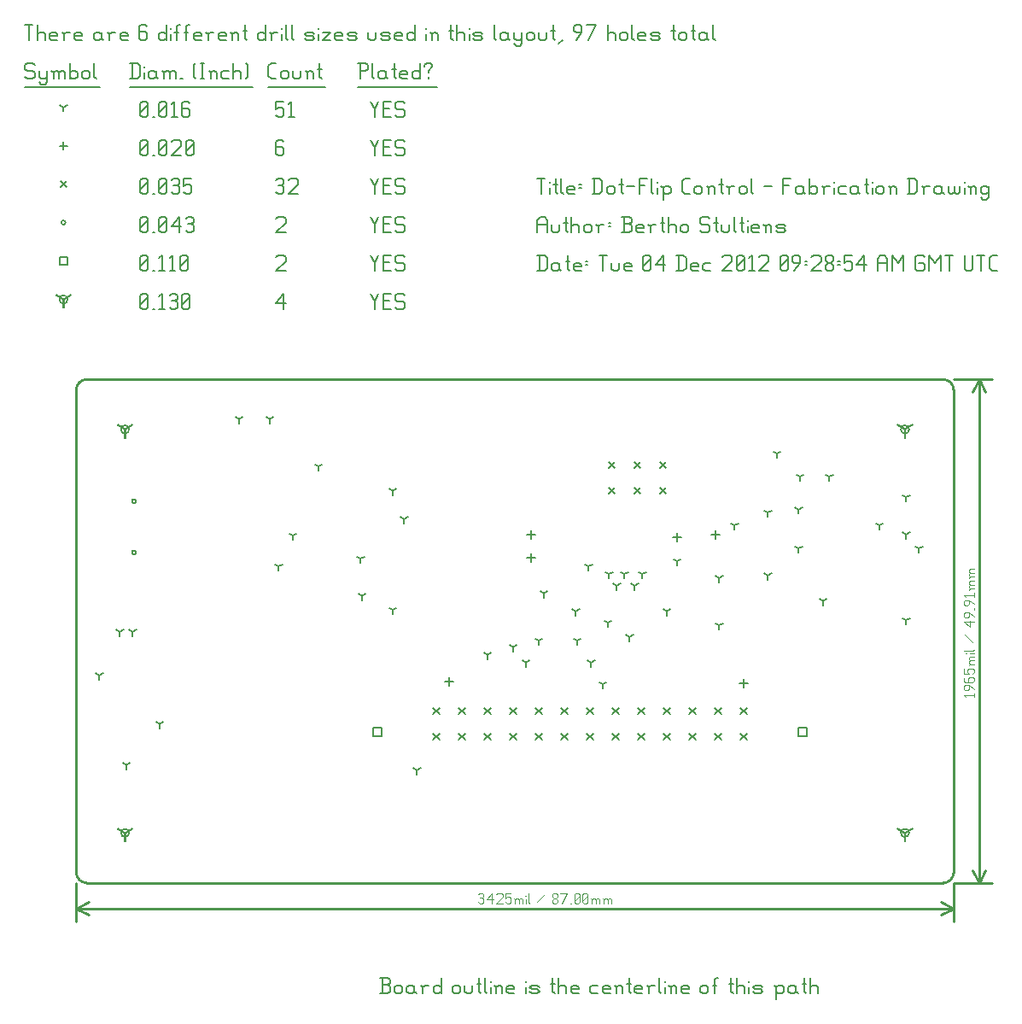
<source format=gbr>
G04 start of page 10 for group -3984 idx -3984 *
G04 Title: Dot-Flip Control, fab *
G04 Creator: pcb 20110918 *
G04 CreationDate: Tue 04 Dec 2012 09:28:54 AM GMT UTC *
G04 For: bertho *
G04 Format: Gerber/RS-274X *
G04 PCB-Dimensions: 450000 250000 *
G04 PCB-Coordinate-Origin: lower left *
%MOIN*%
%FSLAX25Y25*%
%LNFAB*%
%ADD108C,0.0050*%
%ADD107C,0.0040*%
%ADD106C,0.0100*%
%ADD105C,0.0075*%
%ADD104C,0.0060*%
%ADD103C,0.0001*%
%ADD102R,0.0080X0.0080*%
G54D102*X343500Y210500D02*Y207300D01*
G54D103*G36*
X342954Y210647D02*X346420Y212646D01*
X346820Y211953D01*
X343353Y209954D01*
X342954Y210647D01*
G37*
G36*
X343647Y209954D02*X340180Y211953D01*
X340580Y212646D01*
X344046Y210647D01*
X343647Y209954D01*
G37*
G54D102*X341900Y210500D02*G75*G03X345100Y210500I1600J0D01*G01*
G75*G03X341900Y210500I-1600J0D01*G01*
X343500Y53000D02*Y49800D01*
G54D103*G36*
X342954Y53147D02*X346420Y55146D01*
X346820Y54453D01*
X343353Y52454D01*
X342954Y53147D01*
G37*
G36*
X343647Y52454D02*X340180Y54453D01*
X340580Y55146D01*
X344046Y53147D01*
X343647Y52454D01*
G37*
G54D102*X341900Y53000D02*G75*G03X345100Y53000I1600J0D01*G01*
G75*G03X341900Y53000I-1600J0D01*G01*
X39000D02*Y49800D01*
G54D103*G36*
X38454Y53147D02*X41920Y55146D01*
X42320Y54453D01*
X38853Y52454D01*
X38454Y53147D01*
G37*
G36*
X39147Y52454D02*X35680Y54453D01*
X36080Y55146D01*
X39546Y53147D01*
X39147Y52454D01*
G37*
G54D102*X37400Y53000D02*G75*G03X40600Y53000I1600J0D01*G01*
G75*G03X37400Y53000I-1600J0D01*G01*
X39000Y210500D02*Y207300D01*
G54D103*G36*
X38454Y210647D02*X41920Y212646D01*
X42320Y211953D01*
X38853Y209954D01*
X38454Y210647D01*
G37*
G36*
X39147Y209954D02*X35680Y211953D01*
X36080Y212646D01*
X39546Y210647D01*
X39147Y209954D01*
G37*
G54D102*X37400Y210500D02*G75*G03X40600Y210500I1600J0D01*G01*
G75*G03X37400Y210500I-1600J0D01*G01*
X15000Y261250D02*Y258050D01*
G54D103*G36*
X14454Y261397D02*X17920Y263396D01*
X18320Y262703D01*
X14853Y260704D01*
X14454Y261397D01*
G37*
G36*
X15147Y260704D02*X11680Y262703D01*
X12080Y263396D01*
X15546Y261397D01*
X15147Y260704D01*
G37*
G54D102*X13400Y261250D02*G75*G03X16600Y261250I1600J0D01*G01*
G75*G03X13400Y261250I-1600J0D01*G01*
G54D104*X135000Y263500D02*X136500Y260500D01*
X138000Y263500D01*
X136500Y260500D02*Y257500D01*
X139800Y260800D02*X142050D01*
X139800Y257500D02*X142800D01*
X139800Y263500D02*Y257500D01*
Y263500D02*X142800D01*
X147600D02*X148350Y262750D01*
X145350Y263500D02*X147600D01*
X144600Y262750D02*X145350Y263500D01*
X144600Y262750D02*Y261250D01*
X145350Y260500D01*
X147600D01*
X148350Y259750D01*
Y258250D01*
X147600Y257500D02*X148350Y258250D01*
X145350Y257500D02*X147600D01*
X144600Y258250D02*X145350Y257500D01*
X98000Y259750D02*X101000Y263500D01*
X98000Y259750D02*X101750D01*
X101000Y263500D02*Y257500D01*
X45000Y258250D02*X45750Y257500D01*
X45000Y262750D02*Y258250D01*
Y262750D02*X45750Y263500D01*
X47250D01*
X48000Y262750D01*
Y258250D01*
X47250Y257500D02*X48000Y258250D01*
X45750Y257500D02*X47250D01*
X45000Y259000D02*X48000Y262000D01*
X49800Y257500D02*X50550D01*
X52350Y262300D02*X53550Y263500D01*
Y257500D01*
X52350D02*X54600D01*
X56400Y262750D02*X57150Y263500D01*
X58650D01*
X59400Y262750D01*
X58650Y257500D02*X59400Y258250D01*
X57150Y257500D02*X58650D01*
X56400Y258250D02*X57150Y257500D01*
Y260800D02*X58650D01*
X59400Y262750D02*Y261550D01*
Y260050D02*Y258250D01*
Y260050D02*X58650Y260800D01*
X59400Y261550D02*X58650Y260800D01*
X61200Y258250D02*X61950Y257500D01*
X61200Y262750D02*Y258250D01*
Y262750D02*X61950Y263500D01*
X63450D01*
X64200Y262750D01*
Y258250D01*
X63450Y257500D02*X64200Y258250D01*
X61950Y257500D02*X63450D01*
X61200Y259000D02*X64200Y262000D01*
X301900Y94100D02*X305100D01*
X301900D02*Y90900D01*
X305100D01*
Y94100D02*Y90900D01*
X135900Y94100D02*X139100D01*
X135900D02*Y90900D01*
X139100D01*
Y94100D02*Y90900D01*
X13400Y277850D02*X16600D01*
X13400D02*Y274650D01*
X16600D01*
Y277850D02*Y274650D01*
X135000Y278500D02*X136500Y275500D01*
X138000Y278500D01*
X136500Y275500D02*Y272500D01*
X139800Y275800D02*X142050D01*
X139800Y272500D02*X142800D01*
X139800Y278500D02*Y272500D01*
Y278500D02*X142800D01*
X147600D02*X148350Y277750D01*
X145350Y278500D02*X147600D01*
X144600Y277750D02*X145350Y278500D01*
X144600Y277750D02*Y276250D01*
X145350Y275500D01*
X147600D01*
X148350Y274750D01*
Y273250D01*
X147600Y272500D02*X148350Y273250D01*
X145350Y272500D02*X147600D01*
X144600Y273250D02*X145350Y272500D01*
X98000Y277750D02*X98750Y278500D01*
X101000D01*
X101750Y277750D01*
Y276250D01*
X98000Y272500D02*X101750Y276250D01*
X98000Y272500D02*X101750D01*
X45000Y273250D02*X45750Y272500D01*
X45000Y277750D02*Y273250D01*
Y277750D02*X45750Y278500D01*
X47250D01*
X48000Y277750D01*
Y273250D01*
X47250Y272500D02*X48000Y273250D01*
X45750Y272500D02*X47250D01*
X45000Y274000D02*X48000Y277000D01*
X49800Y272500D02*X50550D01*
X52350Y277300D02*X53550Y278500D01*
Y272500D01*
X52350D02*X54600D01*
X56400Y277300D02*X57600Y278500D01*
Y272500D01*
X56400D02*X58650D01*
X60450Y273250D02*X61200Y272500D01*
X60450Y277750D02*Y273250D01*
Y277750D02*X61200Y278500D01*
X62700D01*
X63450Y277750D01*
Y273250D01*
X62700Y272500D02*X63450Y273250D01*
X61200Y272500D02*X62700D01*
X60450Y274000D02*X63450Y277000D01*
X41700Y182500D02*G75*G03X43300Y182500I800J0D01*G01*
G75*G03X41700Y182500I-800J0D01*G01*
Y162500D02*G75*G03X43300Y162500I800J0D01*G01*
G75*G03X41700Y162500I-800J0D01*G01*
X14200Y291250D02*G75*G03X15800Y291250I800J0D01*G01*
G75*G03X14200Y291250I-800J0D01*G01*
X135000Y293500D02*X136500Y290500D01*
X138000Y293500D01*
X136500Y290500D02*Y287500D01*
X139800Y290800D02*X142050D01*
X139800Y287500D02*X142800D01*
X139800Y293500D02*Y287500D01*
Y293500D02*X142800D01*
X147600D02*X148350Y292750D01*
X145350Y293500D02*X147600D01*
X144600Y292750D02*X145350Y293500D01*
X144600Y292750D02*Y291250D01*
X145350Y290500D01*
X147600D01*
X148350Y289750D01*
Y288250D01*
X147600Y287500D02*X148350Y288250D01*
X145350Y287500D02*X147600D01*
X144600Y288250D02*X145350Y287500D01*
X98000Y292750D02*X98750Y293500D01*
X101000D01*
X101750Y292750D01*
Y291250D01*
X98000Y287500D02*X101750Y291250D01*
X98000Y287500D02*X101750D01*
X45000Y288250D02*X45750Y287500D01*
X45000Y292750D02*Y288250D01*
Y292750D02*X45750Y293500D01*
X47250D01*
X48000Y292750D01*
Y288250D01*
X47250Y287500D02*X48000Y288250D01*
X45750Y287500D02*X47250D01*
X45000Y289000D02*X48000Y292000D01*
X49800Y287500D02*X50550D01*
X52350Y288250D02*X53100Y287500D01*
X52350Y292750D02*Y288250D01*
Y292750D02*X53100Y293500D01*
X54600D01*
X55350Y292750D01*
Y288250D01*
X54600Y287500D02*X55350Y288250D01*
X53100Y287500D02*X54600D01*
X52350Y289000D02*X55350Y292000D01*
X57150Y289750D02*X60150Y293500D01*
X57150Y289750D02*X60900D01*
X60150Y293500D02*Y287500D01*
X62700Y292750D02*X63450Y293500D01*
X64950D01*
X65700Y292750D01*
X64950Y287500D02*X65700Y288250D01*
X63450Y287500D02*X64950D01*
X62700Y288250D02*X63450Y287500D01*
Y290800D02*X64950D01*
X65700Y292750D02*Y291550D01*
Y290050D02*Y288250D01*
Y290050D02*X64950Y290800D01*
X65700Y291550D02*X64950Y290800D01*
X279300Y101700D02*X281700Y99300D01*
X279300D02*X281700Y101700D01*
X279300Y91700D02*X281700Y89300D01*
X279300D02*X281700Y91700D01*
X269300Y101700D02*X271700Y99300D01*
X269300D02*X271700Y101700D01*
X269300Y91700D02*X271700Y89300D01*
X269300D02*X271700Y91700D01*
X259300Y101700D02*X261700Y99300D01*
X259300D02*X261700Y101700D01*
X259300Y91700D02*X261700Y89300D01*
X259300D02*X261700Y91700D01*
X249300Y101700D02*X251700Y99300D01*
X249300D02*X251700Y101700D01*
X249300Y91700D02*X251700Y89300D01*
X249300D02*X251700Y91700D01*
X239300Y101700D02*X241700Y99300D01*
X239300D02*X241700Y101700D01*
X239300Y91700D02*X241700Y89300D01*
X239300D02*X241700Y91700D01*
X229300Y101700D02*X231700Y99300D01*
X229300D02*X231700Y101700D01*
X229300Y91700D02*X231700Y89300D01*
X229300D02*X231700Y91700D01*
X219300Y101700D02*X221700Y99300D01*
X219300D02*X221700Y101700D01*
X219300Y91700D02*X221700Y89300D01*
X219300D02*X221700Y91700D01*
X209300Y101700D02*X211700Y99300D01*
X209300D02*X211700Y101700D01*
X209300Y91700D02*X211700Y89300D01*
X209300D02*X211700Y91700D01*
X199300Y101700D02*X201700Y99300D01*
X199300D02*X201700Y101700D01*
X199300Y91700D02*X201700Y89300D01*
X199300D02*X201700Y91700D01*
X189300Y101700D02*X191700Y99300D01*
X189300D02*X191700Y101700D01*
X189300Y91700D02*X191700Y89300D01*
X189300D02*X191700Y91700D01*
X179300Y101700D02*X181700Y99300D01*
X179300D02*X181700Y101700D01*
X179300Y91700D02*X181700Y89300D01*
X179300D02*X181700Y91700D01*
X169300Y101700D02*X171700Y99300D01*
X169300D02*X171700Y101700D01*
X169300Y91700D02*X171700Y89300D01*
X169300D02*X171700Y91700D01*
X159300Y101700D02*X161700Y99300D01*
X159300D02*X161700Y101700D01*
X159300Y91700D02*X161700Y89300D01*
X159300D02*X161700Y91700D01*
X247800Y197700D02*X250200Y195300D01*
X247800D02*X250200Y197700D01*
X247800Y187700D02*X250200Y185300D01*
X247800D02*X250200Y187700D01*
X237800Y197700D02*X240200Y195300D01*
X237800D02*X240200Y197700D01*
X237800Y187700D02*X240200Y185300D01*
X237800D02*X240200Y187700D01*
X227800Y197700D02*X230200Y195300D01*
X227800D02*X230200Y197700D01*
X227800Y187700D02*X230200Y185300D01*
X227800D02*X230200Y187700D01*
X13800Y307450D02*X16200Y305050D01*
X13800D02*X16200Y307450D01*
X135000Y308500D02*X136500Y305500D01*
X138000Y308500D01*
X136500Y305500D02*Y302500D01*
X139800Y305800D02*X142050D01*
X139800Y302500D02*X142800D01*
X139800Y308500D02*Y302500D01*
Y308500D02*X142800D01*
X147600D02*X148350Y307750D01*
X145350Y308500D02*X147600D01*
X144600Y307750D02*X145350Y308500D01*
X144600Y307750D02*Y306250D01*
X145350Y305500D01*
X147600D01*
X148350Y304750D01*
Y303250D01*
X147600Y302500D02*X148350Y303250D01*
X145350Y302500D02*X147600D01*
X144600Y303250D02*X145350Y302500D01*
X98000Y307750D02*X98750Y308500D01*
X100250D01*
X101000Y307750D01*
X100250Y302500D02*X101000Y303250D01*
X98750Y302500D02*X100250D01*
X98000Y303250D02*X98750Y302500D01*
Y305800D02*X100250D01*
X101000Y307750D02*Y306550D01*
Y305050D02*Y303250D01*
Y305050D02*X100250Y305800D01*
X101000Y306550D02*X100250Y305800D01*
X102800Y307750D02*X103550Y308500D01*
X105800D01*
X106550Y307750D01*
Y306250D01*
X102800Y302500D02*X106550Y306250D01*
X102800Y302500D02*X106550D01*
X45000Y303250D02*X45750Y302500D01*
X45000Y307750D02*Y303250D01*
Y307750D02*X45750Y308500D01*
X47250D01*
X48000Y307750D01*
Y303250D01*
X47250Y302500D02*X48000Y303250D01*
X45750Y302500D02*X47250D01*
X45000Y304000D02*X48000Y307000D01*
X49800Y302500D02*X50550D01*
X52350Y303250D02*X53100Y302500D01*
X52350Y307750D02*Y303250D01*
Y307750D02*X53100Y308500D01*
X54600D01*
X55350Y307750D01*
Y303250D01*
X54600Y302500D02*X55350Y303250D01*
X53100Y302500D02*X54600D01*
X52350Y304000D02*X55350Y307000D01*
X57150Y307750D02*X57900Y308500D01*
X59400D01*
X60150Y307750D01*
X59400Y302500D02*X60150Y303250D01*
X57900Y302500D02*X59400D01*
X57150Y303250D02*X57900Y302500D01*
Y305800D02*X59400D01*
X60150Y307750D02*Y306550D01*
Y305050D02*Y303250D01*
Y305050D02*X59400Y305800D01*
X60150Y306550D02*X59400Y305800D01*
X61950Y308500D02*X64950D01*
X61950D02*Y305500D01*
X62700Y306250D01*
X64200D01*
X64950Y305500D01*
Y303250D01*
X64200Y302500D02*X64950Y303250D01*
X62700Y302500D02*X64200D01*
X61950Y303250D02*X62700Y302500D01*
X269500Y171100D02*Y167900D01*
X267900Y169500D02*X271100D01*
X254500Y170100D02*Y166900D01*
X252900Y168500D02*X256100D01*
X280500Y113100D02*Y109900D01*
X278900Y111500D02*X282100D01*
X165500Y113600D02*Y110400D01*
X163900Y112000D02*X167100D01*
X197500Y162100D02*Y158900D01*
X195900Y160500D02*X199100D01*
X197500Y171100D02*Y167900D01*
X195900Y169500D02*X199100D01*
X15000Y322850D02*Y319650D01*
X13400Y321250D02*X16600D01*
X135000Y323500D02*X136500Y320500D01*
X138000Y323500D01*
X136500Y320500D02*Y317500D01*
X139800Y320800D02*X142050D01*
X139800Y317500D02*X142800D01*
X139800Y323500D02*Y317500D01*
Y323500D02*X142800D01*
X147600D02*X148350Y322750D01*
X145350Y323500D02*X147600D01*
X144600Y322750D02*X145350Y323500D01*
X144600Y322750D02*Y321250D01*
X145350Y320500D01*
X147600D01*
X148350Y319750D01*
Y318250D01*
X147600Y317500D02*X148350Y318250D01*
X145350Y317500D02*X147600D01*
X144600Y318250D02*X145350Y317500D01*
X100250Y323500D02*X101000Y322750D01*
X98750Y323500D02*X100250D01*
X98000Y322750D02*X98750Y323500D01*
X98000Y322750D02*Y318250D01*
X98750Y317500D01*
X100250Y320800D02*X101000Y320050D01*
X98000Y320800D02*X100250D01*
X98750Y317500D02*X100250D01*
X101000Y318250D01*
Y320050D02*Y318250D01*
X45000D02*X45750Y317500D01*
X45000Y322750D02*Y318250D01*
Y322750D02*X45750Y323500D01*
X47250D01*
X48000Y322750D01*
Y318250D01*
X47250Y317500D02*X48000Y318250D01*
X45750Y317500D02*X47250D01*
X45000Y319000D02*X48000Y322000D01*
X49800Y317500D02*X50550D01*
X52350Y318250D02*X53100Y317500D01*
X52350Y322750D02*Y318250D01*
Y322750D02*X53100Y323500D01*
X54600D01*
X55350Y322750D01*
Y318250D01*
X54600Y317500D02*X55350Y318250D01*
X53100Y317500D02*X54600D01*
X52350Y319000D02*X55350Y322000D01*
X57150Y322750D02*X57900Y323500D01*
X60150D01*
X60900Y322750D01*
Y321250D01*
X57150Y317500D02*X60900Y321250D01*
X57150Y317500D02*X60900D01*
X62700Y318250D02*X63450Y317500D01*
X62700Y322750D02*Y318250D01*
Y322750D02*X63450Y323500D01*
X64950D01*
X65700Y322750D01*
Y318250D01*
X64950Y317500D02*X65700Y318250D01*
X63450Y317500D02*X64950D01*
X62700Y319000D02*X65700Y322000D01*
X225500Y111000D02*Y109400D01*
Y111000D02*X226887Y111800D01*
X225500Y111000D02*X224113Y111800D01*
X228000Y154000D02*Y152400D01*
Y154000D02*X229387Y154800D01*
X228000Y154000D02*X226613Y154800D01*
X234000Y154000D02*Y152400D01*
Y154000D02*X235387Y154800D01*
X234000Y154000D02*X232613Y154800D01*
X241000Y154000D02*Y152400D01*
Y154000D02*X242387Y154800D01*
X241000Y154000D02*X239613Y154800D01*
X238000Y149500D02*Y147900D01*
Y149500D02*X239387Y150300D01*
X238000Y149500D02*X236613Y150300D01*
X215500Y128000D02*Y126400D01*
Y128000D02*X216887Y128800D01*
X215500Y128000D02*X214113Y128800D01*
X200500Y128000D02*Y126400D01*
Y128000D02*X201887Y128800D01*
X200500Y128000D02*X199113Y128800D01*
X190500Y125500D02*Y123900D01*
Y125500D02*X191887Y126300D01*
X190500Y125500D02*X189113Y126300D01*
X180500Y122500D02*Y120900D01*
Y122500D02*X181887Y123300D01*
X180500Y122500D02*X179113Y123300D01*
X195500Y119500D02*Y117900D01*
Y119500D02*X196887Y120300D01*
X195500Y119500D02*X194113Y120300D01*
X221000Y119500D02*Y117900D01*
Y119500D02*X222387Y120300D01*
X221000Y119500D02*X219613Y120300D01*
X227500Y135000D02*Y133400D01*
Y135000D02*X228887Y135800D01*
X227500Y135000D02*X226113Y135800D01*
X215000Y139500D02*Y137900D01*
Y139500D02*X216387Y140300D01*
X215000Y139500D02*X213613Y140300D01*
X202500Y146500D02*Y144900D01*
Y146500D02*X203887Y147300D01*
X202500Y146500D02*X201113Y147300D01*
X271000Y134000D02*Y132400D01*
Y134000D02*X272387Y134800D01*
X271000Y134000D02*X269613Y134800D01*
X271000Y152500D02*Y150900D01*
Y152500D02*X272387Y153300D01*
X271000Y152500D02*X269613Y153300D01*
X311500Y143500D02*Y141900D01*
Y143500D02*X312887Y144300D01*
X311500Y143500D02*X310113Y144300D01*
X344000Y184000D02*Y182400D01*
Y184000D02*X345387Y184800D01*
X344000Y184000D02*X342613Y184800D01*
X293500Y201000D02*Y199400D01*
Y201000D02*X294887Y201800D01*
X293500Y201000D02*X292113Y201800D01*
X314000Y192000D02*Y190400D01*
Y192000D02*X315387Y192800D01*
X314000Y192000D02*X312613Y192800D01*
X302500Y192000D02*Y190400D01*
Y192000D02*X303887Y192800D01*
X302500Y192000D02*X301113Y192800D01*
X302000Y164000D02*Y162400D01*
Y164000D02*X303387Y164800D01*
X302000Y164000D02*X300613Y164800D01*
X302000Y179244D02*Y177644D01*
Y179244D02*X303387Y180044D01*
X302000Y179244D02*X300613Y180044D01*
X349000Y164000D02*Y162400D01*
Y164000D02*X350387Y164800D01*
X349000Y164000D02*X347613Y164800D01*
X333500Y173000D02*Y171400D01*
Y173000D02*X334887Y173800D01*
X333500Y173000D02*X332113Y173800D01*
X277000Y173000D02*Y171400D01*
Y173000D02*X278387Y173800D01*
X277000Y173000D02*X275613Y173800D01*
X148000Y175500D02*Y173900D01*
Y175500D02*X149387Y176300D01*
X148000Y175500D02*X146613Y176300D01*
X143500Y186500D02*Y184900D01*
Y186500D02*X144887Y187300D01*
X143500Y186500D02*X142113Y187300D01*
X114500Y196000D02*Y194400D01*
Y196000D02*X115887Y196800D01*
X114500Y196000D02*X113113Y196800D01*
X131000Y160000D02*Y158400D01*
Y160000D02*X132387Y160800D01*
X131000Y160000D02*X129613Y160800D01*
X344000Y169500D02*Y167900D01*
Y169500D02*X345387Y170300D01*
X344000Y169500D02*X342613Y170300D01*
X254500Y159000D02*Y157400D01*
Y159000D02*X255887Y159800D01*
X254500Y159000D02*X253113Y159800D01*
X344000Y136000D02*Y134400D01*
Y136000D02*X345387Y136800D01*
X344000Y136000D02*X342613Y136800D01*
X236000Y129500D02*Y127900D01*
Y129500D02*X237387Y130300D01*
X236000Y129500D02*X234613Y130300D01*
X220000Y157000D02*Y155400D01*
Y157000D02*X221387Y157800D01*
X220000Y157000D02*X218613Y157800D01*
X83500Y214500D02*Y212900D01*
Y214500D02*X84887Y215300D01*
X83500Y214500D02*X82113Y215300D01*
X95500Y214500D02*Y212900D01*
Y214500D02*X96887Y215300D01*
X95500Y214500D02*X94113Y215300D01*
X37000Y131500D02*Y129900D01*
Y131500D02*X38387Y132300D01*
X37000Y131500D02*X35613Y132300D01*
X42000Y131500D02*Y129900D01*
Y131500D02*X43387Y132300D01*
X42000Y131500D02*X40613Y132300D01*
X29000Y114500D02*Y112900D01*
Y114500D02*X30387Y115300D01*
X29000Y114500D02*X27613Y115300D01*
X52500Y95500D02*Y93900D01*
Y95500D02*X53887Y96300D01*
X52500Y95500D02*X51113Y96300D01*
X131500Y145500D02*Y143900D01*
Y145500D02*X132887Y146300D01*
X131500Y145500D02*X130113Y146300D01*
X143500Y140000D02*Y138400D01*
Y140000D02*X144887Y140800D01*
X143500Y140000D02*X142113Y140800D01*
X104500Y169000D02*Y167400D01*
Y169000D02*X105887Y169800D01*
X104500Y169000D02*X103113Y169800D01*
X99000Y157000D02*Y155400D01*
Y157000D02*X100387Y157800D01*
X99000Y157000D02*X97613Y157800D01*
X39500Y79500D02*Y77900D01*
Y79500D02*X40887Y80300D01*
X39500Y79500D02*X38113Y80300D01*
X153000Y77500D02*Y75900D01*
Y77500D02*X154387Y78300D01*
X153000Y77500D02*X151613Y78300D01*
X231000Y149500D02*Y147900D01*
Y149500D02*X232387Y150300D01*
X231000Y149500D02*X229613Y150300D01*
X250500Y139500D02*Y137900D01*
Y139500D02*X251887Y140300D01*
X250500Y139500D02*X249113Y140300D01*
X290000Y178000D02*Y176400D01*
Y178000D02*X291387Y178800D01*
X290000Y178000D02*X288613Y178800D01*
X290000Y153500D02*Y151900D01*
Y153500D02*X291387Y154300D01*
X290000Y153500D02*X288613Y154300D01*
X15000Y336250D02*Y334650D01*
Y336250D02*X16387Y337050D01*
X15000Y336250D02*X13613Y337050D01*
X135000Y338500D02*X136500Y335500D01*
X138000Y338500D01*
X136500Y335500D02*Y332500D01*
X139800Y335800D02*X142050D01*
X139800Y332500D02*X142800D01*
X139800Y338500D02*Y332500D01*
Y338500D02*X142800D01*
X147600D02*X148350Y337750D01*
X145350Y338500D02*X147600D01*
X144600Y337750D02*X145350Y338500D01*
X144600Y337750D02*Y336250D01*
X145350Y335500D01*
X147600D01*
X148350Y334750D01*
Y333250D01*
X147600Y332500D02*X148350Y333250D01*
X145350Y332500D02*X147600D01*
X144600Y333250D02*X145350Y332500D01*
X98000Y338500D02*X101000D01*
X98000D02*Y335500D01*
X98750Y336250D01*
X100250D01*
X101000Y335500D01*
Y333250D01*
X100250Y332500D02*X101000Y333250D01*
X98750Y332500D02*X100250D01*
X98000Y333250D02*X98750Y332500D01*
X102800Y337300D02*X104000Y338500D01*
Y332500D01*
X102800D02*X105050D01*
X45000Y333250D02*X45750Y332500D01*
X45000Y337750D02*Y333250D01*
Y337750D02*X45750Y338500D01*
X47250D01*
X48000Y337750D01*
Y333250D01*
X47250Y332500D02*X48000Y333250D01*
X45750Y332500D02*X47250D01*
X45000Y334000D02*X48000Y337000D01*
X49800Y332500D02*X50550D01*
X52350Y333250D02*X53100Y332500D01*
X52350Y337750D02*Y333250D01*
Y337750D02*X53100Y338500D01*
X54600D01*
X55350Y337750D01*
Y333250D01*
X54600Y332500D02*X55350Y333250D01*
X53100Y332500D02*X54600D01*
X52350Y334000D02*X55350Y337000D01*
X57150Y337300D02*X58350Y338500D01*
Y332500D01*
X57150D02*X59400D01*
X63450Y338500D02*X64200Y337750D01*
X61950Y338500D02*X63450D01*
X61200Y337750D02*X61950Y338500D01*
X61200Y337750D02*Y333250D01*
X61950Y332500D01*
X63450Y335800D02*X64200Y335050D01*
X61200Y335800D02*X63450D01*
X61950Y332500D02*X63450D01*
X64200Y333250D01*
Y335050D02*Y333250D01*
X3000Y353500D02*X3750Y352750D01*
X750Y353500D02*X3000D01*
X0Y352750D02*X750Y353500D01*
X0Y352750D02*Y351250D01*
X750Y350500D01*
X3000D01*
X3750Y349750D01*
Y348250D01*
X3000Y347500D02*X3750Y348250D01*
X750Y347500D02*X3000D01*
X0Y348250D02*X750Y347500D01*
X5550Y350500D02*Y348250D01*
X6300Y347500D01*
X8550Y350500D02*Y346000D01*
X7800Y345250D02*X8550Y346000D01*
X6300Y345250D02*X7800D01*
X5550Y346000D02*X6300Y345250D01*
Y347500D02*X7800D01*
X8550Y348250D01*
X11100Y349750D02*Y347500D01*
Y349750D02*X11850Y350500D01*
X12600D01*
X13350Y349750D01*
Y347500D01*
Y349750D02*X14100Y350500D01*
X14850D01*
X15600Y349750D01*
Y347500D01*
X10350Y350500D02*X11100Y349750D01*
X17400Y353500D02*Y347500D01*
Y348250D02*X18150Y347500D01*
X19650D01*
X20400Y348250D01*
Y349750D02*Y348250D01*
X19650Y350500D02*X20400Y349750D01*
X18150Y350500D02*X19650D01*
X17400Y349750D02*X18150Y350500D01*
X22200Y349750D02*Y348250D01*
Y349750D02*X22950Y350500D01*
X24450D01*
X25200Y349750D01*
Y348250D01*
X24450Y347500D02*X25200Y348250D01*
X22950Y347500D02*X24450D01*
X22200Y348250D02*X22950Y347500D01*
X27000Y353500D02*Y348250D01*
X27750Y347500D01*
X0Y344250D02*X29250D01*
X41750Y353500D02*Y347500D01*
X43700Y353500D02*X44750Y352450D01*
Y348550D01*
X43700Y347500D02*X44750Y348550D01*
X41000Y347500D02*X43700D01*
X41000Y353500D02*X43700D01*
G54D105*X46550Y352000D02*Y351850D01*
G54D104*Y349750D02*Y347500D01*
X50300Y350500D02*X51050Y349750D01*
X48800Y350500D02*X50300D01*
X48050Y349750D02*X48800Y350500D01*
X48050Y349750D02*Y348250D01*
X48800Y347500D01*
X51050Y350500D02*Y348250D01*
X51800Y347500D01*
X48800D02*X50300D01*
X51050Y348250D01*
X54350Y349750D02*Y347500D01*
Y349750D02*X55100Y350500D01*
X55850D01*
X56600Y349750D01*
Y347500D01*
Y349750D02*X57350Y350500D01*
X58100D01*
X58850Y349750D01*
Y347500D01*
X53600Y350500D02*X54350Y349750D01*
X60650Y347500D02*X61400D01*
X65900Y348250D02*X66650Y347500D01*
X65900Y352750D02*X66650Y353500D01*
X65900Y352750D02*Y348250D01*
X68450Y353500D02*X69950D01*
X69200D02*Y347500D01*
X68450D02*X69950D01*
X72500Y349750D02*Y347500D01*
Y349750D02*X73250Y350500D01*
X74000D01*
X74750Y349750D01*
Y347500D01*
X71750Y350500D02*X72500Y349750D01*
X77300Y350500D02*X79550D01*
X76550Y349750D02*X77300Y350500D01*
X76550Y349750D02*Y348250D01*
X77300Y347500D01*
X79550D01*
X81350Y353500D02*Y347500D01*
Y349750D02*X82100Y350500D01*
X83600D01*
X84350Y349750D01*
Y347500D01*
X86150Y353500D02*X86900Y352750D01*
Y348250D01*
X86150Y347500D02*X86900Y348250D01*
X41000Y344250D02*X88700D01*
X96050Y347500D02*X98000D01*
X95000Y348550D02*X96050Y347500D01*
X95000Y352450D02*Y348550D01*
Y352450D02*X96050Y353500D01*
X98000D01*
X99800Y349750D02*Y348250D01*
Y349750D02*X100550Y350500D01*
X102050D01*
X102800Y349750D01*
Y348250D01*
X102050Y347500D02*X102800Y348250D01*
X100550Y347500D02*X102050D01*
X99800Y348250D02*X100550Y347500D01*
X104600Y350500D02*Y348250D01*
X105350Y347500D01*
X106850D01*
X107600Y348250D01*
Y350500D02*Y348250D01*
X110150Y349750D02*Y347500D01*
Y349750D02*X110900Y350500D01*
X111650D01*
X112400Y349750D01*
Y347500D01*
X109400Y350500D02*X110150Y349750D01*
X114950Y353500D02*Y348250D01*
X115700Y347500D01*
X114200Y351250D02*X115700D01*
X95000Y344250D02*X117200D01*
X130750Y353500D02*Y347500D01*
X130000Y353500D02*X133000D01*
X133750Y352750D01*
Y351250D01*
X133000Y350500D02*X133750Y351250D01*
X130750Y350500D02*X133000D01*
X135550Y353500D02*Y348250D01*
X136300Y347500D01*
X140050Y350500D02*X140800Y349750D01*
X138550Y350500D02*X140050D01*
X137800Y349750D02*X138550Y350500D01*
X137800Y349750D02*Y348250D01*
X138550Y347500D01*
X140800Y350500D02*Y348250D01*
X141550Y347500D01*
X138550D02*X140050D01*
X140800Y348250D01*
X144100Y353500D02*Y348250D01*
X144850Y347500D01*
X143350Y351250D02*X144850D01*
X147100Y347500D02*X149350D01*
X146350Y348250D02*X147100Y347500D01*
X146350Y349750D02*Y348250D01*
Y349750D02*X147100Y350500D01*
X148600D01*
X149350Y349750D01*
X146350Y349000D02*X149350D01*
Y349750D02*Y349000D01*
X154150Y353500D02*Y347500D01*
X153400D02*X154150Y348250D01*
X151900Y347500D02*X153400D01*
X151150Y348250D02*X151900Y347500D01*
X151150Y349750D02*Y348250D01*
Y349750D02*X151900Y350500D01*
X153400D01*
X154150Y349750D01*
X157450Y350500D02*Y349750D01*
Y348250D02*Y347500D01*
X155950Y352750D02*Y352000D01*
Y352750D02*X156700Y353500D01*
X158200D01*
X158950Y352750D01*
Y352000D01*
X157450Y350500D02*X158950Y352000D01*
X130000Y344250D02*X160750D01*
X0Y368500D02*X3000D01*
X1500D02*Y362500D01*
X4800Y368500D02*Y362500D01*
Y364750D02*X5550Y365500D01*
X7050D01*
X7800Y364750D01*
Y362500D01*
X10350D02*X12600D01*
X9600Y363250D02*X10350Y362500D01*
X9600Y364750D02*Y363250D01*
Y364750D02*X10350Y365500D01*
X11850D01*
X12600Y364750D01*
X9600Y364000D02*X12600D01*
Y364750D02*Y364000D01*
X15150Y364750D02*Y362500D01*
Y364750D02*X15900Y365500D01*
X17400D01*
X14400D02*X15150Y364750D01*
X19950Y362500D02*X22200D01*
X19200Y363250D02*X19950Y362500D01*
X19200Y364750D02*Y363250D01*
Y364750D02*X19950Y365500D01*
X21450D01*
X22200Y364750D01*
X19200Y364000D02*X22200D01*
Y364750D02*Y364000D01*
X28950Y365500D02*X29700Y364750D01*
X27450Y365500D02*X28950D01*
X26700Y364750D02*X27450Y365500D01*
X26700Y364750D02*Y363250D01*
X27450Y362500D01*
X29700Y365500D02*Y363250D01*
X30450Y362500D01*
X27450D02*X28950D01*
X29700Y363250D01*
X33000Y364750D02*Y362500D01*
Y364750D02*X33750Y365500D01*
X35250D01*
X32250D02*X33000Y364750D01*
X37800Y362500D02*X40050D01*
X37050Y363250D02*X37800Y362500D01*
X37050Y364750D02*Y363250D01*
Y364750D02*X37800Y365500D01*
X39300D01*
X40050Y364750D01*
X37050Y364000D02*X40050D01*
Y364750D02*Y364000D01*
X46800Y368500D02*X47550Y367750D01*
X45300Y368500D02*X46800D01*
X44550Y367750D02*X45300Y368500D01*
X44550Y367750D02*Y363250D01*
X45300Y362500D01*
X46800Y365800D02*X47550Y365050D01*
X44550Y365800D02*X46800D01*
X45300Y362500D02*X46800D01*
X47550Y363250D01*
Y365050D02*Y363250D01*
X55050Y368500D02*Y362500D01*
X54300D02*X55050Y363250D01*
X52800Y362500D02*X54300D01*
X52050Y363250D02*X52800Y362500D01*
X52050Y364750D02*Y363250D01*
Y364750D02*X52800Y365500D01*
X54300D01*
X55050Y364750D01*
G54D105*X56850Y367000D02*Y366850D01*
G54D104*Y364750D02*Y362500D01*
X59100Y367750D02*Y362500D01*
Y367750D02*X59850Y368500D01*
X60600D01*
X58350Y365500D02*X59850D01*
X62850Y367750D02*Y362500D01*
Y367750D02*X63600Y368500D01*
X64350D01*
X62100Y365500D02*X63600D01*
X66600Y362500D02*X68850D01*
X65850Y363250D02*X66600Y362500D01*
X65850Y364750D02*Y363250D01*
Y364750D02*X66600Y365500D01*
X68100D01*
X68850Y364750D01*
X65850Y364000D02*X68850D01*
Y364750D02*Y364000D01*
X71400Y364750D02*Y362500D01*
Y364750D02*X72150Y365500D01*
X73650D01*
X70650D02*X71400Y364750D01*
X76200Y362500D02*X78450D01*
X75450Y363250D02*X76200Y362500D01*
X75450Y364750D02*Y363250D01*
Y364750D02*X76200Y365500D01*
X77700D01*
X78450Y364750D01*
X75450Y364000D02*X78450D01*
Y364750D02*Y364000D01*
X81000Y364750D02*Y362500D01*
Y364750D02*X81750Y365500D01*
X82500D01*
X83250Y364750D01*
Y362500D01*
X80250Y365500D02*X81000Y364750D01*
X85800Y368500D02*Y363250D01*
X86550Y362500D01*
X85050Y366250D02*X86550D01*
X93750Y368500D02*Y362500D01*
X93000D02*X93750Y363250D01*
X91500Y362500D02*X93000D01*
X90750Y363250D02*X91500Y362500D01*
X90750Y364750D02*Y363250D01*
Y364750D02*X91500Y365500D01*
X93000D01*
X93750Y364750D01*
X96300D02*Y362500D01*
Y364750D02*X97050Y365500D01*
X98550D01*
X95550D02*X96300Y364750D01*
G54D105*X100350Y367000D02*Y366850D01*
G54D104*Y364750D02*Y362500D01*
X101850Y368500D02*Y363250D01*
X102600Y362500D01*
X104100Y368500D02*Y363250D01*
X104850Y362500D01*
X109800D02*X112050D01*
X112800Y363250D01*
X112050Y364000D02*X112800Y363250D01*
X109800Y364000D02*X112050D01*
X109050Y364750D02*X109800Y364000D01*
X109050Y364750D02*X109800Y365500D01*
X112050D01*
X112800Y364750D01*
X109050Y363250D02*X109800Y362500D01*
G54D105*X114600Y367000D02*Y366850D01*
G54D104*Y364750D02*Y362500D01*
X116100Y365500D02*X119100D01*
X116100Y362500D02*X119100Y365500D01*
X116100Y362500D02*X119100D01*
X121650D02*X123900D01*
X120900Y363250D02*X121650Y362500D01*
X120900Y364750D02*Y363250D01*
Y364750D02*X121650Y365500D01*
X123150D01*
X123900Y364750D01*
X120900Y364000D02*X123900D01*
Y364750D02*Y364000D01*
X126450Y362500D02*X128700D01*
X129450Y363250D01*
X128700Y364000D02*X129450Y363250D01*
X126450Y364000D02*X128700D01*
X125700Y364750D02*X126450Y364000D01*
X125700Y364750D02*X126450Y365500D01*
X128700D01*
X129450Y364750D01*
X125700Y363250D02*X126450Y362500D01*
X133950Y365500D02*Y363250D01*
X134700Y362500D01*
X136200D01*
X136950Y363250D01*
Y365500D02*Y363250D01*
X139500Y362500D02*X141750D01*
X142500Y363250D01*
X141750Y364000D02*X142500Y363250D01*
X139500Y364000D02*X141750D01*
X138750Y364750D02*X139500Y364000D01*
X138750Y364750D02*X139500Y365500D01*
X141750D01*
X142500Y364750D01*
X138750Y363250D02*X139500Y362500D01*
X145050D02*X147300D01*
X144300Y363250D02*X145050Y362500D01*
X144300Y364750D02*Y363250D01*
Y364750D02*X145050Y365500D01*
X146550D01*
X147300Y364750D01*
X144300Y364000D02*X147300D01*
Y364750D02*Y364000D01*
X152100Y368500D02*Y362500D01*
X151350D02*X152100Y363250D01*
X149850Y362500D02*X151350D01*
X149100Y363250D02*X149850Y362500D01*
X149100Y364750D02*Y363250D01*
Y364750D02*X149850Y365500D01*
X151350D01*
X152100Y364750D01*
G54D105*X156600Y367000D02*Y366850D01*
G54D104*Y364750D02*Y362500D01*
X158850Y364750D02*Y362500D01*
Y364750D02*X159600Y365500D01*
X160350D01*
X161100Y364750D01*
Y362500D01*
X158100Y365500D02*X158850Y364750D01*
X166350Y368500D02*Y363250D01*
X167100Y362500D01*
X165600Y366250D02*X167100D01*
X168600Y368500D02*Y362500D01*
Y364750D02*X169350Y365500D01*
X170850D01*
X171600Y364750D01*
Y362500D01*
G54D105*X173400Y367000D02*Y366850D01*
G54D104*Y364750D02*Y362500D01*
X175650D02*X177900D01*
X178650Y363250D01*
X177900Y364000D02*X178650Y363250D01*
X175650Y364000D02*X177900D01*
X174900Y364750D02*X175650Y364000D01*
X174900Y364750D02*X175650Y365500D01*
X177900D01*
X178650Y364750D01*
X174900Y363250D02*X175650Y362500D01*
X183150Y368500D02*Y363250D01*
X183900Y362500D01*
X187650Y365500D02*X188400Y364750D01*
X186150Y365500D02*X187650D01*
X185400Y364750D02*X186150Y365500D01*
X185400Y364750D02*Y363250D01*
X186150Y362500D01*
X188400Y365500D02*Y363250D01*
X189150Y362500D01*
X186150D02*X187650D01*
X188400Y363250D01*
X190950Y365500D02*Y363250D01*
X191700Y362500D01*
X193950Y365500D02*Y361000D01*
X193200Y360250D02*X193950Y361000D01*
X191700Y360250D02*X193200D01*
X190950Y361000D02*X191700Y360250D01*
Y362500D02*X193200D01*
X193950Y363250D01*
X195750Y364750D02*Y363250D01*
Y364750D02*X196500Y365500D01*
X198000D01*
X198750Y364750D01*
Y363250D01*
X198000Y362500D02*X198750Y363250D01*
X196500Y362500D02*X198000D01*
X195750Y363250D02*X196500Y362500D01*
X200550Y365500D02*Y363250D01*
X201300Y362500D01*
X202800D01*
X203550Y363250D01*
Y365500D02*Y363250D01*
X206100Y368500D02*Y363250D01*
X206850Y362500D01*
X205350Y366250D02*X206850D01*
X208350Y361000D02*X209850Y362500D01*
X215100D02*X217350Y365500D01*
Y367750D02*Y365500D01*
X216600Y368500D02*X217350Y367750D01*
X215100Y368500D02*X216600D01*
X214350Y367750D02*X215100Y368500D01*
X214350Y367750D02*Y366250D01*
X215100Y365500D01*
X217350D01*
X219900Y362500D02*X222900Y368500D01*
X219150D02*X222900D01*
X227400D02*Y362500D01*
Y364750D02*X228150Y365500D01*
X229650D01*
X230400Y364750D01*
Y362500D01*
X232200Y364750D02*Y363250D01*
Y364750D02*X232950Y365500D01*
X234450D01*
X235200Y364750D01*
Y363250D01*
X234450Y362500D02*X235200Y363250D01*
X232950Y362500D02*X234450D01*
X232200Y363250D02*X232950Y362500D01*
X237000Y368500D02*Y363250D01*
X237750Y362500D01*
X240000D02*X242250D01*
X239250Y363250D02*X240000Y362500D01*
X239250Y364750D02*Y363250D01*
Y364750D02*X240000Y365500D01*
X241500D01*
X242250Y364750D01*
X239250Y364000D02*X242250D01*
Y364750D02*Y364000D01*
X244800Y362500D02*X247050D01*
X247800Y363250D01*
X247050Y364000D02*X247800Y363250D01*
X244800Y364000D02*X247050D01*
X244050Y364750D02*X244800Y364000D01*
X244050Y364750D02*X244800Y365500D01*
X247050D01*
X247800Y364750D01*
X244050Y363250D02*X244800Y362500D01*
X253050Y368500D02*Y363250D01*
X253800Y362500D01*
X252300Y366250D02*X253800D01*
X255300Y364750D02*Y363250D01*
Y364750D02*X256050Y365500D01*
X257550D01*
X258300Y364750D01*
Y363250D01*
X257550Y362500D02*X258300Y363250D01*
X256050Y362500D02*X257550D01*
X255300Y363250D02*X256050Y362500D01*
X260850Y368500D02*Y363250D01*
X261600Y362500D01*
X260100Y366250D02*X261600D01*
X265350Y365500D02*X266100Y364750D01*
X263850Y365500D02*X265350D01*
X263100Y364750D02*X263850Y365500D01*
X263100Y364750D02*Y363250D01*
X263850Y362500D01*
X266100Y365500D02*Y363250D01*
X266850Y362500D01*
X263850D02*X265350D01*
X266100Y363250D01*
X268650Y368500D02*Y363250D01*
X269400Y362500D01*
G54D106*X20000Y23500D02*X362500D01*
Y33500D02*Y18500D01*
Y33500D02*X377500D01*
X372500D02*Y230000D01*
X362500D02*X377500D01*
X20000Y33500D02*Y18500D01*
Y23500D02*X25000Y26000D01*
X20000Y23500D02*X25000Y21000D01*
X372500Y33500D02*X370000Y38500D01*
X372500Y33500D02*X375000Y38500D01*
X362500Y23500D02*X357500Y21000D01*
X362500Y23500D02*X357500Y26000D01*
X372500Y230000D02*X375000Y225000D01*
X372500Y230000D02*X370000Y225000D01*
X24000Y230000D02*X358500D01*
X20000Y37500D02*Y226000D01*
X358500Y33500D02*X24000D01*
X362500Y226000D02*Y37500D01*
X24000Y230000D02*G75*G03X20000Y226000I0J-4000D01*G01*
Y37500D02*G75*G03X24000Y33500I4000J0D01*G01*
X362500Y37500D02*G75*G02X358500Y33500I-4000J0D01*G01*
Y230000D02*G75*G02X362500Y226000I0J-4000D01*G01*
G54D107*X177000Y29000D02*X177500Y29500D01*
X178500D01*
X179000Y29000D01*
X178500Y25500D02*X179000Y26000D01*
X177500Y25500D02*X178500D01*
X177000Y26000D02*X177500Y25500D01*
Y27700D02*X178500D01*
X179000Y29000D02*Y28200D01*
Y27200D02*Y26000D01*
Y27200D02*X178500Y27700D01*
X179000Y28200D02*X178500Y27700D01*
X180200Y27000D02*X182200Y29500D01*
X180200Y27000D02*X182700D01*
X182200Y29500D02*Y25500D01*
X183900Y29000D02*X184400Y29500D01*
X185900D01*
X186400Y29000D01*
Y28000D01*
X183900Y25500D02*X186400Y28000D01*
X183900Y25500D02*X186400D01*
X187600Y29500D02*X189600D01*
X187600D02*Y27500D01*
X188100Y28000D01*
X189100D01*
X189600Y27500D01*
Y26000D01*
X189100Y25500D02*X189600Y26000D01*
X188100Y25500D02*X189100D01*
X187600Y26000D02*X188100Y25500D01*
X191300Y27000D02*Y25500D01*
Y27000D02*X191800Y27500D01*
X192300D01*
X192800Y27000D01*
Y25500D01*
Y27000D02*X193300Y27500D01*
X193800D01*
X194300Y27000D01*
Y25500D01*
X190800Y27500D02*X191300Y27000D01*
G54D108*X195500Y28500D02*Y28400D01*
G54D107*Y27000D02*Y25500D01*
X196500Y29500D02*Y26000D01*
X197000Y25500D01*
X199800Y26000D02*X202800Y29000D01*
X205800Y26000D02*X206300Y25500D01*
X205800Y26800D02*Y26000D01*
Y26800D02*X206500Y27500D01*
X207100D01*
X207800Y26800D01*
Y26000D01*
X207300Y25500D02*X207800Y26000D01*
X206300Y25500D02*X207300D01*
X205800Y28200D02*X206500Y27500D01*
X205800Y29000D02*Y28200D01*
Y29000D02*X206300Y29500D01*
X207300D01*
X207800Y29000D01*
Y28200D01*
X207100Y27500D02*X207800Y28200D01*
X209500Y25500D02*X211500Y29500D01*
X209000D02*X211500D01*
X212700Y25500D02*X213200D01*
X214400Y26000D02*X214900Y25500D01*
X214400Y29000D02*Y26000D01*
Y29000D02*X214900Y29500D01*
X215900D01*
X216400Y29000D01*
Y26000D01*
X215900Y25500D02*X216400Y26000D01*
X214900Y25500D02*X215900D01*
X214400Y26500D02*X216400Y28500D01*
X217600Y26000D02*X218100Y25500D01*
X217600Y29000D02*Y26000D01*
Y29000D02*X218100Y29500D01*
X219100D01*
X219600Y29000D01*
Y26000D01*
X219100Y25500D02*X219600Y26000D01*
X218100Y25500D02*X219100D01*
X217600Y26500D02*X219600Y28500D01*
X221300Y27000D02*Y25500D01*
Y27000D02*X221800Y27500D01*
X222300D01*
X222800Y27000D01*
Y25500D01*
Y27000D02*X223300Y27500D01*
X223800D01*
X224300Y27000D01*
Y25500D01*
X220800Y27500D02*X221300Y27000D01*
X226000D02*Y25500D01*
Y27000D02*X226500Y27500D01*
X227000D01*
X227500Y27000D01*
Y25500D01*
Y27000D02*X228000Y27500D01*
X228500D01*
X229000Y27000D01*
Y25500D01*
X225500Y27500D02*X226000Y27000D01*
X367300Y106000D02*X366500Y106800D01*
X370500D01*
Y107500D02*Y106000D01*
Y109200D02*X368500Y110700D01*
X367000D02*X368500D01*
X366500Y110200D02*X367000Y110700D01*
X366500Y110200D02*Y109200D01*
X367000Y108700D02*X366500Y109200D01*
X367000Y108700D02*X368000D01*
X368500Y109200D01*
Y110700D02*Y109200D01*
X366500Y113400D02*X367000Y113900D01*
X366500Y113400D02*Y112400D01*
X367000Y111900D02*X366500Y112400D01*
X367000Y111900D02*X370000D01*
X370500Y112400D01*
X368300Y113400D02*X368800Y113900D01*
X368300Y113400D02*Y111900D01*
X370500Y113400D02*Y112400D01*
Y113400D02*X370000Y113900D01*
X368800D02*X370000D01*
X366500Y117100D02*Y115100D01*
X368500D01*
X368000Y115600D01*
Y116600D02*Y115600D01*
Y116600D02*X368500Y117100D01*
X370000D01*
X370500Y116600D02*X370000Y117100D01*
X370500Y116600D02*Y115600D01*
X370000Y115100D02*X370500Y115600D01*
X369000Y118800D02*X370500D01*
X369000D02*X368500Y119300D01*
Y119800D02*Y119300D01*
Y119800D02*X369000Y120300D01*
X370500D01*
X369000D02*X368500Y120800D01*
Y121300D02*Y120800D01*
Y121300D02*X369000Y121800D01*
X370500D01*
X368500Y118300D02*X369000Y118800D01*
G54D108*X367500Y123000D02*X367600D01*
G54D107*X369000D02*X370500D01*
X366500Y124000D02*X370000D01*
X370500Y124500D01*
X370000Y127300D02*X367000Y130300D01*
X369000Y133300D02*X366500Y135300D01*
X369000Y135800D02*Y133300D01*
X366500Y135300D02*X370500D01*
Y137500D02*X368500Y139000D01*
X367000D02*X368500D01*
X366500Y138500D02*X367000Y139000D01*
X366500Y138500D02*Y137500D01*
X367000Y137000D02*X366500Y137500D01*
X367000Y137000D02*X368000D01*
X368500Y137500D01*
Y139000D02*Y137500D01*
X370500Y140700D02*Y140200D01*
Y142400D02*X368500Y143900D01*
X367000D02*X368500D01*
X366500Y143400D02*X367000Y143900D01*
X366500Y143400D02*Y142400D01*
X367000Y141900D02*X366500Y142400D01*
X367000Y141900D02*X368000D01*
X368500Y142400D01*
Y143900D02*Y142400D01*
X367300Y145100D02*X366500Y145900D01*
X370500D01*
Y146600D02*Y145100D01*
X369000Y148300D02*X370500D01*
X369000D02*X368500Y148800D01*
Y149300D02*Y148800D01*
Y149300D02*X369000Y149800D01*
X370500D01*
X369000D02*X368500Y150300D01*
Y150800D02*Y150300D01*
Y150800D02*X369000Y151300D01*
X370500D01*
X368500Y147800D02*X369000Y148300D01*
Y153000D02*X370500D01*
X369000D02*X368500Y153500D01*
Y154000D02*Y153500D01*
Y154000D02*X369000Y154500D01*
X370500D01*
X369000D02*X368500Y155000D01*
Y155500D02*Y155000D01*
Y155500D02*X369000Y156000D01*
X370500D01*
X368500Y152500D02*X369000Y153000D01*
G54D104*X138675Y-9500D02*X141675D01*
X142425Y-8750D01*
Y-6950D02*Y-8750D01*
X141675Y-6200D02*X142425Y-6950D01*
X139425Y-6200D02*X141675D01*
X139425Y-3500D02*Y-9500D01*
X138675Y-3500D02*X141675D01*
X142425Y-4250D01*
Y-5450D01*
X141675Y-6200D02*X142425Y-5450D01*
X144225Y-7250D02*Y-8750D01*
Y-7250D02*X144975Y-6500D01*
X146475D01*
X147225Y-7250D01*
Y-8750D01*
X146475Y-9500D02*X147225Y-8750D01*
X144975Y-9500D02*X146475D01*
X144225Y-8750D02*X144975Y-9500D01*
X151275Y-6500D02*X152025Y-7250D01*
X149775Y-6500D02*X151275D01*
X149025Y-7250D02*X149775Y-6500D01*
X149025Y-7250D02*Y-8750D01*
X149775Y-9500D01*
X152025Y-6500D02*Y-8750D01*
X152775Y-9500D01*
X149775D02*X151275D01*
X152025Y-8750D01*
X155325Y-7250D02*Y-9500D01*
Y-7250D02*X156075Y-6500D01*
X157575D01*
X154575D02*X155325Y-7250D01*
X162375Y-3500D02*Y-9500D01*
X161625D02*X162375Y-8750D01*
X160125Y-9500D02*X161625D01*
X159375Y-8750D02*X160125Y-9500D01*
X159375Y-7250D02*Y-8750D01*
Y-7250D02*X160125Y-6500D01*
X161625D01*
X162375Y-7250D01*
X166875D02*Y-8750D01*
Y-7250D02*X167625Y-6500D01*
X169125D01*
X169875Y-7250D01*
Y-8750D01*
X169125Y-9500D02*X169875Y-8750D01*
X167625Y-9500D02*X169125D01*
X166875Y-8750D02*X167625Y-9500D01*
X171675Y-6500D02*Y-8750D01*
X172425Y-9500D01*
X173925D01*
X174675Y-8750D01*
Y-6500D02*Y-8750D01*
X177225Y-3500D02*Y-8750D01*
X177975Y-9500D01*
X176475Y-5750D02*X177975D01*
X179475Y-3500D02*Y-8750D01*
X180225Y-9500D01*
G54D105*X181725Y-5000D02*Y-5150D01*
G54D104*Y-7250D02*Y-9500D01*
X183975Y-7250D02*Y-9500D01*
Y-7250D02*X184725Y-6500D01*
X185475D01*
X186225Y-7250D01*
Y-9500D01*
X183225Y-6500D02*X183975Y-7250D01*
X188775Y-9500D02*X191025D01*
X188025Y-8750D02*X188775Y-9500D01*
X188025Y-7250D02*Y-8750D01*
Y-7250D02*X188775Y-6500D01*
X190275D01*
X191025Y-7250D01*
X188025Y-8000D02*X191025D01*
Y-7250D02*Y-8000D01*
G54D105*X195525Y-5000D02*Y-5150D01*
G54D104*Y-7250D02*Y-9500D01*
X197775D02*X200025D01*
X200775Y-8750D01*
X200025Y-8000D02*X200775Y-8750D01*
X197775Y-8000D02*X200025D01*
X197025Y-7250D02*X197775Y-8000D01*
X197025Y-7250D02*X197775Y-6500D01*
X200025D01*
X200775Y-7250D01*
X197025Y-8750D02*X197775Y-9500D01*
X206025Y-3500D02*Y-8750D01*
X206775Y-9500D01*
X205275Y-5750D02*X206775D01*
X208275Y-3500D02*Y-9500D01*
Y-7250D02*X209025Y-6500D01*
X210525D01*
X211275Y-7250D01*
Y-9500D01*
X213825D02*X216075D01*
X213075Y-8750D02*X213825Y-9500D01*
X213075Y-7250D02*Y-8750D01*
Y-7250D02*X213825Y-6500D01*
X215325D01*
X216075Y-7250D01*
X213075Y-8000D02*X216075D01*
Y-7250D02*Y-8000D01*
X221325Y-6500D02*X223575D01*
X220575Y-7250D02*X221325Y-6500D01*
X220575Y-7250D02*Y-8750D01*
X221325Y-9500D01*
X223575D01*
X226125D02*X228375D01*
X225375Y-8750D02*X226125Y-9500D01*
X225375Y-7250D02*Y-8750D01*
Y-7250D02*X226125Y-6500D01*
X227625D01*
X228375Y-7250D01*
X225375Y-8000D02*X228375D01*
Y-7250D02*Y-8000D01*
X230925Y-7250D02*Y-9500D01*
Y-7250D02*X231675Y-6500D01*
X232425D01*
X233175Y-7250D01*
Y-9500D01*
X230175Y-6500D02*X230925Y-7250D01*
X235725Y-3500D02*Y-8750D01*
X236475Y-9500D01*
X234975Y-5750D02*X236475D01*
X238725Y-9500D02*X240975D01*
X237975Y-8750D02*X238725Y-9500D01*
X237975Y-7250D02*Y-8750D01*
Y-7250D02*X238725Y-6500D01*
X240225D01*
X240975Y-7250D01*
X237975Y-8000D02*X240975D01*
Y-7250D02*Y-8000D01*
X243525Y-7250D02*Y-9500D01*
Y-7250D02*X244275Y-6500D01*
X245775D01*
X242775D02*X243525Y-7250D01*
X247575Y-3500D02*Y-8750D01*
X248325Y-9500D01*
G54D105*X249825Y-5000D02*Y-5150D01*
G54D104*Y-7250D02*Y-9500D01*
X252075Y-7250D02*Y-9500D01*
Y-7250D02*X252825Y-6500D01*
X253575D01*
X254325Y-7250D01*
Y-9500D01*
X251325Y-6500D02*X252075Y-7250D01*
X256875Y-9500D02*X259125D01*
X256125Y-8750D02*X256875Y-9500D01*
X256125Y-7250D02*Y-8750D01*
Y-7250D02*X256875Y-6500D01*
X258375D01*
X259125Y-7250D01*
X256125Y-8000D02*X259125D01*
Y-7250D02*Y-8000D01*
X263625Y-7250D02*Y-8750D01*
Y-7250D02*X264375Y-6500D01*
X265875D01*
X266625Y-7250D01*
Y-8750D01*
X265875Y-9500D02*X266625Y-8750D01*
X264375Y-9500D02*X265875D01*
X263625Y-8750D02*X264375Y-9500D01*
X269175Y-4250D02*Y-9500D01*
Y-4250D02*X269925Y-3500D01*
X270675D01*
X268425Y-6500D02*X269925D01*
X275625Y-3500D02*Y-8750D01*
X276375Y-9500D01*
X274875Y-5750D02*X276375D01*
X277875Y-3500D02*Y-9500D01*
Y-7250D02*X278625Y-6500D01*
X280125D01*
X280875Y-7250D01*
Y-9500D01*
G54D105*X282675Y-5000D02*Y-5150D01*
G54D104*Y-7250D02*Y-9500D01*
X284925D02*X287175D01*
X287925Y-8750D01*
X287175Y-8000D02*X287925Y-8750D01*
X284925Y-8000D02*X287175D01*
X284175Y-7250D02*X284925Y-8000D01*
X284175Y-7250D02*X284925Y-6500D01*
X287175D01*
X287925Y-7250D01*
X284175Y-8750D02*X284925Y-9500D01*
X293175Y-7250D02*Y-11750D01*
X292425Y-6500D02*X293175Y-7250D01*
X293925Y-6500D01*
X295425D01*
X296175Y-7250D01*
Y-8750D01*
X295425Y-9500D02*X296175Y-8750D01*
X293925Y-9500D02*X295425D01*
X293175Y-8750D02*X293925Y-9500D01*
X300225Y-6500D02*X300975Y-7250D01*
X298725Y-6500D02*X300225D01*
X297975Y-7250D02*X298725Y-6500D01*
X297975Y-7250D02*Y-8750D01*
X298725Y-9500D01*
X300975Y-6500D02*Y-8750D01*
X301725Y-9500D01*
X298725D02*X300225D01*
X300975Y-8750D01*
X304275Y-3500D02*Y-8750D01*
X305025Y-9500D01*
X303525Y-5750D02*X305025D01*
X306525Y-3500D02*Y-9500D01*
Y-7250D02*X307275Y-6500D01*
X308775D01*
X309525Y-7250D01*
Y-9500D01*
X200750Y278500D02*Y272500D01*
X202700Y278500D02*X203750Y277450D01*
Y273550D01*
X202700Y272500D02*X203750Y273550D01*
X200000Y272500D02*X202700D01*
X200000Y278500D02*X202700D01*
X207800Y275500D02*X208550Y274750D01*
X206300Y275500D02*X207800D01*
X205550Y274750D02*X206300Y275500D01*
X205550Y274750D02*Y273250D01*
X206300Y272500D01*
X208550Y275500D02*Y273250D01*
X209300Y272500D01*
X206300D02*X207800D01*
X208550Y273250D01*
X211850Y278500D02*Y273250D01*
X212600Y272500D01*
X211100Y276250D02*X212600D01*
X214850Y272500D02*X217100D01*
X214100Y273250D02*X214850Y272500D01*
X214100Y274750D02*Y273250D01*
Y274750D02*X214850Y275500D01*
X216350D01*
X217100Y274750D01*
X214100Y274000D02*X217100D01*
Y274750D02*Y274000D01*
X218900Y276250D02*X219650D01*
X218900Y274750D02*X219650D01*
X224150Y278500D02*X227150D01*
X225650D02*Y272500D01*
X228950Y275500D02*Y273250D01*
X229700Y272500D01*
X231200D01*
X231950Y273250D01*
Y275500D02*Y273250D01*
X234500Y272500D02*X236750D01*
X233750Y273250D02*X234500Y272500D01*
X233750Y274750D02*Y273250D01*
Y274750D02*X234500Y275500D01*
X236000D01*
X236750Y274750D01*
X233750Y274000D02*X236750D01*
Y274750D02*Y274000D01*
X241250Y273250D02*X242000Y272500D01*
X241250Y277750D02*Y273250D01*
Y277750D02*X242000Y278500D01*
X243500D01*
X244250Y277750D01*
Y273250D01*
X243500Y272500D02*X244250Y273250D01*
X242000Y272500D02*X243500D01*
X241250Y274000D02*X244250Y277000D01*
X246050Y274750D02*X249050Y278500D01*
X246050Y274750D02*X249800D01*
X249050Y278500D02*Y272500D01*
X255050Y278500D02*Y272500D01*
X257000Y278500D02*X258050Y277450D01*
Y273550D01*
X257000Y272500D02*X258050Y273550D01*
X254300Y272500D02*X257000D01*
X254300Y278500D02*X257000D01*
X260600Y272500D02*X262850D01*
X259850Y273250D02*X260600Y272500D01*
X259850Y274750D02*Y273250D01*
Y274750D02*X260600Y275500D01*
X262100D01*
X262850Y274750D01*
X259850Y274000D02*X262850D01*
Y274750D02*Y274000D01*
X265400Y275500D02*X267650D01*
X264650Y274750D02*X265400Y275500D01*
X264650Y274750D02*Y273250D01*
X265400Y272500D01*
X267650D01*
X272150Y277750D02*X272900Y278500D01*
X275150D01*
X275900Y277750D01*
Y276250D01*
X272150Y272500D02*X275900Y276250D01*
X272150Y272500D02*X275900D01*
X277700Y273250D02*X278450Y272500D01*
X277700Y277750D02*Y273250D01*
Y277750D02*X278450Y278500D01*
X279950D01*
X280700Y277750D01*
Y273250D01*
X279950Y272500D02*X280700Y273250D01*
X278450Y272500D02*X279950D01*
X277700Y274000D02*X280700Y277000D01*
X282500Y277300D02*X283700Y278500D01*
Y272500D01*
X282500D02*X284750D01*
X286550Y277750D02*X287300Y278500D01*
X289550D01*
X290300Y277750D01*
Y276250D01*
X286550Y272500D02*X290300Y276250D01*
X286550Y272500D02*X290300D01*
X294800Y273250D02*X295550Y272500D01*
X294800Y277750D02*Y273250D01*
Y277750D02*X295550Y278500D01*
X297050D01*
X297800Y277750D01*
Y273250D01*
X297050Y272500D02*X297800Y273250D01*
X295550Y272500D02*X297050D01*
X294800Y274000D02*X297800Y277000D01*
X300350Y272500D02*X302600Y275500D01*
Y277750D02*Y275500D01*
X301850Y278500D02*X302600Y277750D01*
X300350Y278500D02*X301850D01*
X299600Y277750D02*X300350Y278500D01*
X299600Y277750D02*Y276250D01*
X300350Y275500D01*
X302600D01*
X304400Y276250D02*X305150D01*
X304400Y274750D02*X305150D01*
X306950Y277750D02*X307700Y278500D01*
X309950D01*
X310700Y277750D01*
Y276250D01*
X306950Y272500D02*X310700Y276250D01*
X306950Y272500D02*X310700D01*
X312500Y273250D02*X313250Y272500D01*
X312500Y274450D02*Y273250D01*
Y274450D02*X313550Y275500D01*
X314450D01*
X315500Y274450D01*
Y273250D01*
X314750Y272500D02*X315500Y273250D01*
X313250Y272500D02*X314750D01*
X312500Y276550D02*X313550Y275500D01*
X312500Y277750D02*Y276550D01*
Y277750D02*X313250Y278500D01*
X314750D01*
X315500Y277750D01*
Y276550D01*
X314450Y275500D02*X315500Y276550D01*
X317300Y276250D02*X318050D01*
X317300Y274750D02*X318050D01*
X319850Y278500D02*X322850D01*
X319850D02*Y275500D01*
X320600Y276250D01*
X322100D01*
X322850Y275500D01*
Y273250D01*
X322100Y272500D02*X322850Y273250D01*
X320600Y272500D02*X322100D01*
X319850Y273250D02*X320600Y272500D01*
X324650Y274750D02*X327650Y278500D01*
X324650Y274750D02*X328400D01*
X327650Y278500D02*Y272500D01*
X332900Y277000D02*Y272500D01*
Y277000D02*X333950Y278500D01*
X335600D01*
X336650Y277000D01*
Y272500D01*
X332900Y275500D02*X336650D01*
X338450Y278500D02*Y272500D01*
Y278500D02*X340700Y275500D01*
X342950Y278500D01*
Y272500D01*
X350450Y278500D02*X351200Y277750D01*
X348200Y278500D02*X350450D01*
X347450Y277750D02*X348200Y278500D01*
X347450Y277750D02*Y273250D01*
X348200Y272500D01*
X350450D01*
X351200Y273250D01*
Y274750D02*Y273250D01*
X350450Y275500D02*X351200Y274750D01*
X348950Y275500D02*X350450D01*
X353000Y278500D02*Y272500D01*
Y278500D02*X355250Y275500D01*
X357500Y278500D01*
Y272500D01*
X359300Y278500D02*X362300D01*
X360800D02*Y272500D01*
X366800Y278500D02*Y273250D01*
X367550Y272500D01*
X369050D01*
X369800Y273250D01*
Y278500D02*Y273250D01*
X371600Y278500D02*X374600D01*
X373100D02*Y272500D01*
X377450D02*X379400D01*
X376400Y273550D02*X377450Y272500D01*
X376400Y277450D02*Y273550D01*
Y277450D02*X377450Y278500D01*
X379400D01*
X200000Y292000D02*Y287500D01*
Y292000D02*X201050Y293500D01*
X202700D01*
X203750Y292000D01*
Y287500D01*
X200000Y290500D02*X203750D01*
X205550D02*Y288250D01*
X206300Y287500D01*
X207800D01*
X208550Y288250D01*
Y290500D02*Y288250D01*
X211100Y293500D02*Y288250D01*
X211850Y287500D01*
X210350Y291250D02*X211850D01*
X213350Y293500D02*Y287500D01*
Y289750D02*X214100Y290500D01*
X215600D01*
X216350Y289750D01*
Y287500D01*
X218150Y289750D02*Y288250D01*
Y289750D02*X218900Y290500D01*
X220400D01*
X221150Y289750D01*
Y288250D01*
X220400Y287500D02*X221150Y288250D01*
X218900Y287500D02*X220400D01*
X218150Y288250D02*X218900Y287500D01*
X223700Y289750D02*Y287500D01*
Y289750D02*X224450Y290500D01*
X225950D01*
X222950D02*X223700Y289750D01*
X227750Y291250D02*X228500D01*
X227750Y289750D02*X228500D01*
X233000Y287500D02*X236000D01*
X236750Y288250D01*
Y290050D02*Y288250D01*
X236000Y290800D02*X236750Y290050D01*
X233750Y290800D02*X236000D01*
X233750Y293500D02*Y287500D01*
X233000Y293500D02*X236000D01*
X236750Y292750D01*
Y291550D01*
X236000Y290800D02*X236750Y291550D01*
X239300Y287500D02*X241550D01*
X238550Y288250D02*X239300Y287500D01*
X238550Y289750D02*Y288250D01*
Y289750D02*X239300Y290500D01*
X240800D01*
X241550Y289750D01*
X238550Y289000D02*X241550D01*
Y289750D02*Y289000D01*
X244100Y289750D02*Y287500D01*
Y289750D02*X244850Y290500D01*
X246350D01*
X243350D02*X244100Y289750D01*
X248900Y293500D02*Y288250D01*
X249650Y287500D01*
X248150Y291250D02*X249650D01*
X251150Y293500D02*Y287500D01*
Y289750D02*X251900Y290500D01*
X253400D01*
X254150Y289750D01*
Y287500D01*
X255950Y289750D02*Y288250D01*
Y289750D02*X256700Y290500D01*
X258200D01*
X258950Y289750D01*
Y288250D01*
X258200Y287500D02*X258950Y288250D01*
X256700Y287500D02*X258200D01*
X255950Y288250D02*X256700Y287500D01*
X266450Y293500D02*X267200Y292750D01*
X264200Y293500D02*X266450D01*
X263450Y292750D02*X264200Y293500D01*
X263450Y292750D02*Y291250D01*
X264200Y290500D01*
X266450D01*
X267200Y289750D01*
Y288250D01*
X266450Y287500D02*X267200Y288250D01*
X264200Y287500D02*X266450D01*
X263450Y288250D02*X264200Y287500D01*
X269750Y293500D02*Y288250D01*
X270500Y287500D01*
X269000Y291250D02*X270500D01*
X272000Y290500D02*Y288250D01*
X272750Y287500D01*
X274250D01*
X275000Y288250D01*
Y290500D02*Y288250D01*
X276800Y293500D02*Y288250D01*
X277550Y287500D01*
X279800Y293500D02*Y288250D01*
X280550Y287500D01*
X279050Y291250D02*X280550D01*
G54D105*X282050Y292000D02*Y291850D01*
G54D104*Y289750D02*Y287500D01*
X284300D02*X286550D01*
X283550Y288250D02*X284300Y287500D01*
X283550Y289750D02*Y288250D01*
Y289750D02*X284300Y290500D01*
X285800D01*
X286550Y289750D01*
X283550Y289000D02*X286550D01*
Y289750D02*Y289000D01*
X289100Y289750D02*Y287500D01*
Y289750D02*X289850Y290500D01*
X290600D01*
X291350Y289750D01*
Y287500D01*
X288350Y290500D02*X289100Y289750D01*
X293900Y287500D02*X296150D01*
X296900Y288250D01*
X296150Y289000D02*X296900Y288250D01*
X293900Y289000D02*X296150D01*
X293150Y289750D02*X293900Y289000D01*
X293150Y289750D02*X293900Y290500D01*
X296150D01*
X296900Y289750D01*
X293150Y288250D02*X293900Y287500D01*
X200000Y308500D02*X203000D01*
X201500D02*Y302500D01*
G54D105*X204800Y307000D02*Y306850D01*
G54D104*Y304750D02*Y302500D01*
X207050Y308500D02*Y303250D01*
X207800Y302500D01*
X206300Y306250D02*X207800D01*
X209300Y308500D02*Y303250D01*
X210050Y302500D01*
X212300D02*X214550D01*
X211550Y303250D02*X212300Y302500D01*
X211550Y304750D02*Y303250D01*
Y304750D02*X212300Y305500D01*
X213800D01*
X214550Y304750D01*
X211550Y304000D02*X214550D01*
Y304750D02*Y304000D01*
X216350Y306250D02*X217100D01*
X216350Y304750D02*X217100D01*
X222350Y308500D02*Y302500D01*
X224300Y308500D02*X225350Y307450D01*
Y303550D01*
X224300Y302500D02*X225350Y303550D01*
X221600Y302500D02*X224300D01*
X221600Y308500D02*X224300D01*
X227150Y304750D02*Y303250D01*
Y304750D02*X227900Y305500D01*
X229400D01*
X230150Y304750D01*
Y303250D01*
X229400Y302500D02*X230150Y303250D01*
X227900Y302500D02*X229400D01*
X227150Y303250D02*X227900Y302500D01*
X232700Y308500D02*Y303250D01*
X233450Y302500D01*
X231950Y306250D02*X233450D01*
X234950Y305500D02*X237950D01*
X239750Y308500D02*Y302500D01*
Y308500D02*X242750D01*
X239750Y305800D02*X242000D01*
X244550Y308500D02*Y303250D01*
X245300Y302500D01*
G54D105*X246800Y307000D02*Y306850D01*
G54D104*Y304750D02*Y302500D01*
X249050Y304750D02*Y300250D01*
X248300Y305500D02*X249050Y304750D01*
X249800Y305500D01*
X251300D01*
X252050Y304750D01*
Y303250D01*
X251300Y302500D02*X252050Y303250D01*
X249800Y302500D02*X251300D01*
X249050Y303250D02*X249800Y302500D01*
X257600D02*X259550D01*
X256550Y303550D02*X257600Y302500D01*
X256550Y307450D02*Y303550D01*
Y307450D02*X257600Y308500D01*
X259550D01*
X261350Y304750D02*Y303250D01*
Y304750D02*X262100Y305500D01*
X263600D01*
X264350Y304750D01*
Y303250D01*
X263600Y302500D02*X264350Y303250D01*
X262100Y302500D02*X263600D01*
X261350Y303250D02*X262100Y302500D01*
X266900Y304750D02*Y302500D01*
Y304750D02*X267650Y305500D01*
X268400D01*
X269150Y304750D01*
Y302500D01*
X266150Y305500D02*X266900Y304750D01*
X271700Y308500D02*Y303250D01*
X272450Y302500D01*
X270950Y306250D02*X272450D01*
X274700Y304750D02*Y302500D01*
Y304750D02*X275450Y305500D01*
X276950D01*
X273950D02*X274700Y304750D01*
X278750D02*Y303250D01*
Y304750D02*X279500Y305500D01*
X281000D01*
X281750Y304750D01*
Y303250D01*
X281000Y302500D02*X281750Y303250D01*
X279500Y302500D02*X281000D01*
X278750Y303250D02*X279500Y302500D01*
X283550Y308500D02*Y303250D01*
X284300Y302500D01*
X288500Y305500D02*X291500D01*
X296000Y308500D02*Y302500D01*
Y308500D02*X299000D01*
X296000Y305800D02*X298250D01*
X303050Y305500D02*X303800Y304750D01*
X301550Y305500D02*X303050D01*
X300800Y304750D02*X301550Y305500D01*
X300800Y304750D02*Y303250D01*
X301550Y302500D01*
X303800Y305500D02*Y303250D01*
X304550Y302500D01*
X301550D02*X303050D01*
X303800Y303250D01*
X306350Y308500D02*Y302500D01*
Y303250D02*X307100Y302500D01*
X308600D01*
X309350Y303250D01*
Y304750D02*Y303250D01*
X308600Y305500D02*X309350Y304750D01*
X307100Y305500D02*X308600D01*
X306350Y304750D02*X307100Y305500D01*
X311900Y304750D02*Y302500D01*
Y304750D02*X312650Y305500D01*
X314150D01*
X311150D02*X311900Y304750D01*
G54D105*X315950Y307000D02*Y306850D01*
G54D104*Y304750D02*Y302500D01*
X318200Y305500D02*X320450D01*
X317450Y304750D02*X318200Y305500D01*
X317450Y304750D02*Y303250D01*
X318200Y302500D01*
X320450D01*
X324500Y305500D02*X325250Y304750D01*
X323000Y305500D02*X324500D01*
X322250Y304750D02*X323000Y305500D01*
X322250Y304750D02*Y303250D01*
X323000Y302500D01*
X325250Y305500D02*Y303250D01*
X326000Y302500D01*
X323000D02*X324500D01*
X325250Y303250D01*
X328550Y308500D02*Y303250D01*
X329300Y302500D01*
X327800Y306250D02*X329300D01*
G54D105*X330800Y307000D02*Y306850D01*
G54D104*Y304750D02*Y302500D01*
X332300Y304750D02*Y303250D01*
Y304750D02*X333050Y305500D01*
X334550D01*
X335300Y304750D01*
Y303250D01*
X334550Y302500D02*X335300Y303250D01*
X333050Y302500D02*X334550D01*
X332300Y303250D02*X333050Y302500D01*
X337850Y304750D02*Y302500D01*
Y304750D02*X338600Y305500D01*
X339350D01*
X340100Y304750D01*
Y302500D01*
X337100Y305500D02*X337850Y304750D01*
X345350Y308500D02*Y302500D01*
X347300Y308500D02*X348350Y307450D01*
Y303550D01*
X347300Y302500D02*X348350Y303550D01*
X344600Y302500D02*X347300D01*
X344600Y308500D02*X347300D01*
X350900Y304750D02*Y302500D01*
Y304750D02*X351650Y305500D01*
X353150D01*
X350150D02*X350900Y304750D01*
X357200Y305500D02*X357950Y304750D01*
X355700Y305500D02*X357200D01*
X354950Y304750D02*X355700Y305500D01*
X354950Y304750D02*Y303250D01*
X355700Y302500D01*
X357950Y305500D02*Y303250D01*
X358700Y302500D01*
X355700D02*X357200D01*
X357950Y303250D01*
X360500Y305500D02*Y303250D01*
X361250Y302500D01*
X362000D01*
X362750Y303250D01*
Y305500D02*Y303250D01*
X363500Y302500D01*
X364250D01*
X365000Y303250D01*
Y305500D02*Y303250D01*
G54D105*X366800Y307000D02*Y306850D01*
G54D104*Y304750D02*Y302500D01*
X369050Y304750D02*Y302500D01*
Y304750D02*X369800Y305500D01*
X370550D01*
X371300Y304750D01*
Y302500D01*
X368300Y305500D02*X369050Y304750D01*
X375350Y305500D02*X376100Y304750D01*
X373850Y305500D02*X375350D01*
X373100Y304750D02*X373850Y305500D01*
X373100Y304750D02*Y303250D01*
X373850Y302500D01*
X375350D01*
X376100Y303250D01*
X373100Y301000D02*X373850Y300250D01*
X375350D01*
X376100Y301000D01*
Y305500D02*Y301000D01*
M02*

</source>
